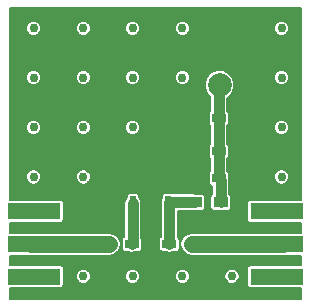
<source format=gbr>
G04 #@! TF.FileFunction,Copper,L1,Top,Signal*
%FSLAX46Y46*%
G04 Gerber Fmt 4.6, Leading zero omitted, Abs format (unit mm)*
G04 Created by KiCad (PCBNEW 4.0.7) date 11/03/17 21:56:08*
%MOMM*%
%LPD*%
G01*
G04 APERTURE LIST*
%ADD10C,0.100000*%
%ADD11R,4.500000X1.400000*%
%ADD12C,0.762000*%
%ADD13R,1.200000X0.750000*%
%ADD14R,1.200000X0.900000*%
%ADD15R,0.520000X1.200000*%
%ADD16R,1.750000X2.980000*%
%ADD17R,0.560000X1.270000*%
%ADD18C,2.000000*%
%ADD19C,0.939800*%
%ADD20C,1.400000*%
%ADD21C,0.175000*%
G04 APERTURE END LIST*
D10*
D11*
X147610000Y-117621000D03*
X147610000Y-120396000D03*
X147610000Y-123171000D03*
D12*
X143800000Y-123108000D03*
X139600000Y-123108000D03*
X135400000Y-123108000D03*
X131200000Y-123108000D03*
X148000000Y-114708000D03*
X131200000Y-114708000D03*
X127000000Y-114708000D03*
X148000000Y-110508000D03*
X135400000Y-110508000D03*
X131200000Y-110508000D03*
X127000000Y-110508000D03*
X148000000Y-106308000D03*
X139600000Y-106308000D03*
X135400000Y-106308000D03*
X131200000Y-106308000D03*
X127000000Y-106308000D03*
X148000000Y-102108000D03*
X139600000Y-102108000D03*
X135400000Y-102108000D03*
X131200000Y-102108000D03*
D11*
X127036000Y-117621000D03*
X127036000Y-120396000D03*
X127036000Y-123171000D03*
D13*
X135316000Y-120396000D03*
X133416000Y-120396000D03*
X140396000Y-120396000D03*
X138496000Y-120396000D03*
X140782000Y-114808000D03*
X142682000Y-114808000D03*
X140782000Y-112522000D03*
X142682000Y-112522000D03*
X140782000Y-109728000D03*
X142682000Y-109728000D03*
D14*
X142832000Y-116840000D03*
X140632000Y-116840000D03*
D15*
X138406000Y-116932000D03*
D16*
X136906000Y-114772000D03*
D17*
X136906000Y-116897000D03*
D15*
X135406000Y-116932000D03*
D18*
X142748000Y-106934000D03*
X142748000Y-103124000D03*
D12*
X127000000Y-102108000D03*
D19*
X135406000Y-120306000D02*
X135316000Y-120396000D01*
X135406000Y-116932000D02*
X135406000Y-120306000D01*
D20*
X126782000Y-120396000D02*
X132842000Y-120396000D01*
X132842000Y-120396000D02*
X133416000Y-120396000D01*
X148118000Y-120396000D02*
X140396000Y-120396000D01*
D19*
X140632000Y-116840000D02*
X138498000Y-116840000D01*
X138496000Y-116842000D02*
X138496000Y-120396000D01*
X138498000Y-116840000D02*
X138496000Y-116842000D01*
X142682000Y-107038000D02*
X142682000Y-112522000D01*
X142682000Y-112522000D02*
X142682000Y-114808000D01*
X142682000Y-114808000D02*
X142832000Y-114958000D01*
X142832000Y-114958000D02*
X142832000Y-116840000D01*
D21*
G36*
X149610500Y-116653358D02*
X145360000Y-116653358D01*
X145262724Y-116671662D01*
X145173381Y-116729152D01*
X145113444Y-116816872D01*
X145092358Y-116921000D01*
X145092358Y-118321000D01*
X145110662Y-118418276D01*
X145168152Y-118507619D01*
X145255872Y-118567556D01*
X145360000Y-118588642D01*
X149610500Y-118588642D01*
X149610500Y-119428358D01*
X145360000Y-119428358D01*
X145332673Y-119433500D01*
X140396000Y-119433500D01*
X140027667Y-119506766D01*
X139715410Y-119715410D01*
X139662059Y-119795255D01*
X139609381Y-119829152D01*
X139549444Y-119916872D01*
X139535810Y-119984200D01*
X139506766Y-120027667D01*
X139433500Y-120396000D01*
X139506766Y-120764333D01*
X139535076Y-120806701D01*
X139546662Y-120868276D01*
X139604152Y-120957619D01*
X139662601Y-120997556D01*
X139715410Y-121076590D01*
X140027667Y-121285234D01*
X140396000Y-121358500D01*
X145334608Y-121358500D01*
X145360000Y-121363642D01*
X149610500Y-121363642D01*
X149610500Y-122203358D01*
X145360000Y-122203358D01*
X145262724Y-122221662D01*
X145173381Y-122279152D01*
X145113444Y-122366872D01*
X145092358Y-122471000D01*
X145092358Y-123871000D01*
X145110662Y-123968276D01*
X145168152Y-124057619D01*
X145255872Y-124117556D01*
X145360000Y-124138642D01*
X149610500Y-124138642D01*
X149610500Y-125010500D01*
X124989500Y-125010500D01*
X124989500Y-124138642D01*
X129286000Y-124138642D01*
X129383276Y-124120338D01*
X129472619Y-124062848D01*
X129532556Y-123975128D01*
X129553642Y-123871000D01*
X129553642Y-123235439D01*
X130556388Y-123235439D01*
X130654149Y-123472037D01*
X130835011Y-123653215D01*
X131071438Y-123751388D01*
X131327439Y-123751612D01*
X131564037Y-123653851D01*
X131745215Y-123472989D01*
X131843388Y-123236562D01*
X131843388Y-123235439D01*
X134756388Y-123235439D01*
X134854149Y-123472037D01*
X135035011Y-123653215D01*
X135271438Y-123751388D01*
X135527439Y-123751612D01*
X135764037Y-123653851D01*
X135945215Y-123472989D01*
X136043388Y-123236562D01*
X136043388Y-123235439D01*
X138956388Y-123235439D01*
X139054149Y-123472037D01*
X139235011Y-123653215D01*
X139471438Y-123751388D01*
X139727439Y-123751612D01*
X139964037Y-123653851D01*
X140145215Y-123472989D01*
X140243388Y-123236562D01*
X140243388Y-123235439D01*
X143156388Y-123235439D01*
X143254149Y-123472037D01*
X143435011Y-123653215D01*
X143671438Y-123751388D01*
X143927439Y-123751612D01*
X144164037Y-123653851D01*
X144345215Y-123472989D01*
X144443388Y-123236562D01*
X144443612Y-122980561D01*
X144345851Y-122743963D01*
X144164989Y-122562785D01*
X143928562Y-122464612D01*
X143672561Y-122464388D01*
X143435963Y-122562149D01*
X143254785Y-122743011D01*
X143156612Y-122979438D01*
X143156388Y-123235439D01*
X140243388Y-123235439D01*
X140243612Y-122980561D01*
X140145851Y-122743963D01*
X139964989Y-122562785D01*
X139728562Y-122464612D01*
X139472561Y-122464388D01*
X139235963Y-122562149D01*
X139054785Y-122743011D01*
X138956612Y-122979438D01*
X138956388Y-123235439D01*
X136043388Y-123235439D01*
X136043612Y-122980561D01*
X135945851Y-122743963D01*
X135764989Y-122562785D01*
X135528562Y-122464612D01*
X135272561Y-122464388D01*
X135035963Y-122562149D01*
X134854785Y-122743011D01*
X134756612Y-122979438D01*
X134756388Y-123235439D01*
X131843388Y-123235439D01*
X131843612Y-122980561D01*
X131745851Y-122743963D01*
X131564989Y-122562785D01*
X131328562Y-122464612D01*
X131072561Y-122464388D01*
X130835963Y-122562149D01*
X130654785Y-122743011D01*
X130556612Y-122979438D01*
X130556388Y-123235439D01*
X129553642Y-123235439D01*
X129553642Y-122471000D01*
X129535338Y-122373724D01*
X129477848Y-122284381D01*
X129390128Y-122224444D01*
X129286000Y-122203358D01*
X124989500Y-122203358D01*
X124989500Y-121363642D01*
X129286000Y-121363642D01*
X129313327Y-121358500D01*
X133416000Y-121358500D01*
X133784333Y-121285234D01*
X134096590Y-121076590D01*
X134149941Y-120996745D01*
X134202619Y-120962848D01*
X134262556Y-120875128D01*
X134276190Y-120807800D01*
X134305234Y-120764333D01*
X134378500Y-120396000D01*
X134305234Y-120027667D01*
X134300780Y-120021000D01*
X134448358Y-120021000D01*
X134448358Y-120771000D01*
X134466662Y-120868276D01*
X134524152Y-120957619D01*
X134611872Y-121017556D01*
X134716000Y-121038642D01*
X134984828Y-121038642D01*
X135035723Y-121072649D01*
X135316000Y-121128400D01*
X135596277Y-121072649D01*
X135647172Y-121038642D01*
X135916000Y-121038642D01*
X136013276Y-121020338D01*
X136102619Y-120962848D01*
X136162556Y-120875128D01*
X136183642Y-120771000D01*
X136183642Y-120021000D01*
X137628358Y-120021000D01*
X137628358Y-120771000D01*
X137646662Y-120868276D01*
X137704152Y-120957619D01*
X137791872Y-121017556D01*
X137896000Y-121038642D01*
X138164828Y-121038642D01*
X138215723Y-121072649D01*
X138496000Y-121128400D01*
X138776277Y-121072649D01*
X138827172Y-121038642D01*
X139096000Y-121038642D01*
X139193276Y-121020338D01*
X139282619Y-120962848D01*
X139342556Y-120875128D01*
X139363642Y-120771000D01*
X139363642Y-120021000D01*
X139345338Y-119923724D01*
X139287848Y-119834381D01*
X139228400Y-119793762D01*
X139228400Y-117572400D01*
X140632000Y-117572400D01*
X140706193Y-117557642D01*
X141232000Y-117557642D01*
X141329276Y-117539338D01*
X141418619Y-117481848D01*
X141478556Y-117394128D01*
X141499642Y-117290000D01*
X141499642Y-116390000D01*
X141481338Y-116292724D01*
X141423848Y-116203381D01*
X141336128Y-116143444D01*
X141232000Y-116122358D01*
X140706193Y-116122358D01*
X140632000Y-116107600D01*
X138802554Y-116107600D01*
X138770128Y-116085444D01*
X138666000Y-116064358D01*
X138146000Y-116064358D01*
X138048724Y-116082662D01*
X137959381Y-116140152D01*
X137899444Y-116227872D01*
X137878358Y-116332000D01*
X137878358Y-116473412D01*
X137819351Y-116561723D01*
X137763600Y-116842000D01*
X137763600Y-119794263D01*
X137709381Y-119829152D01*
X137649444Y-119916872D01*
X137628358Y-120021000D01*
X136183642Y-120021000D01*
X136165338Y-119923724D01*
X136138400Y-119881861D01*
X136138400Y-116932000D01*
X136082649Y-116651723D01*
X135933642Y-116428717D01*
X135933642Y-116332000D01*
X135915338Y-116234724D01*
X135857848Y-116145381D01*
X135770128Y-116085444D01*
X135666000Y-116064358D01*
X135146000Y-116064358D01*
X135048724Y-116082662D01*
X134959381Y-116140152D01*
X134899444Y-116227872D01*
X134878358Y-116332000D01*
X134878358Y-116428717D01*
X134729351Y-116651723D01*
X134673600Y-116932000D01*
X134673600Y-119761336D01*
X134618724Y-119771662D01*
X134529381Y-119829152D01*
X134469444Y-119916872D01*
X134448358Y-120021000D01*
X134300780Y-120021000D01*
X134276924Y-119985299D01*
X134265338Y-119923724D01*
X134207848Y-119834381D01*
X134149399Y-119794444D01*
X134096590Y-119715410D01*
X133784333Y-119506766D01*
X133416000Y-119433500D01*
X129311392Y-119433500D01*
X129286000Y-119428358D01*
X124989500Y-119428358D01*
X124989500Y-118588642D01*
X129286000Y-118588642D01*
X129383276Y-118570338D01*
X129472619Y-118512848D01*
X129532556Y-118425128D01*
X129553642Y-118321000D01*
X129553642Y-116921000D01*
X129535338Y-116823724D01*
X129477848Y-116734381D01*
X129390128Y-116674444D01*
X129286000Y-116653358D01*
X124989500Y-116653358D01*
X124989500Y-114835439D01*
X126356388Y-114835439D01*
X126454149Y-115072037D01*
X126635011Y-115253215D01*
X126871438Y-115351388D01*
X127127439Y-115351612D01*
X127364037Y-115253851D01*
X127545215Y-115072989D01*
X127643388Y-114836562D01*
X127643388Y-114835439D01*
X130556388Y-114835439D01*
X130654149Y-115072037D01*
X130835011Y-115253215D01*
X131071438Y-115351388D01*
X131327439Y-115351612D01*
X131564037Y-115253851D01*
X131745215Y-115072989D01*
X131843388Y-114836562D01*
X131843612Y-114580561D01*
X131745851Y-114343963D01*
X131564989Y-114162785D01*
X131328562Y-114064612D01*
X131072561Y-114064388D01*
X130835963Y-114162149D01*
X130654785Y-114343011D01*
X130556612Y-114579438D01*
X130556388Y-114835439D01*
X127643388Y-114835439D01*
X127643612Y-114580561D01*
X127545851Y-114343963D01*
X127364989Y-114162785D01*
X127128562Y-114064612D01*
X126872561Y-114064388D01*
X126635963Y-114162149D01*
X126454785Y-114343011D01*
X126356612Y-114579438D01*
X126356388Y-114835439D01*
X124989500Y-114835439D01*
X124989500Y-110635439D01*
X126356388Y-110635439D01*
X126454149Y-110872037D01*
X126635011Y-111053215D01*
X126871438Y-111151388D01*
X127127439Y-111151612D01*
X127364037Y-111053851D01*
X127545215Y-110872989D01*
X127643388Y-110636562D01*
X127643388Y-110635439D01*
X130556388Y-110635439D01*
X130654149Y-110872037D01*
X130835011Y-111053215D01*
X131071438Y-111151388D01*
X131327439Y-111151612D01*
X131564037Y-111053851D01*
X131745215Y-110872989D01*
X131843388Y-110636562D01*
X131843388Y-110635439D01*
X134756388Y-110635439D01*
X134854149Y-110872037D01*
X135035011Y-111053215D01*
X135271438Y-111151388D01*
X135527439Y-111151612D01*
X135764037Y-111053851D01*
X135945215Y-110872989D01*
X136043388Y-110636562D01*
X136043612Y-110380561D01*
X135945851Y-110143963D01*
X135764989Y-109962785D01*
X135528562Y-109864612D01*
X135272561Y-109864388D01*
X135035963Y-109962149D01*
X134854785Y-110143011D01*
X134756612Y-110379438D01*
X134756388Y-110635439D01*
X131843388Y-110635439D01*
X131843612Y-110380561D01*
X131745851Y-110143963D01*
X131564989Y-109962785D01*
X131328562Y-109864612D01*
X131072561Y-109864388D01*
X130835963Y-109962149D01*
X130654785Y-110143011D01*
X130556612Y-110379438D01*
X130556388Y-110635439D01*
X127643388Y-110635439D01*
X127643612Y-110380561D01*
X127545851Y-110143963D01*
X127364989Y-109962785D01*
X127128562Y-109864612D01*
X126872561Y-109864388D01*
X126635963Y-109962149D01*
X126454785Y-110143011D01*
X126356612Y-110379438D01*
X126356388Y-110635439D01*
X124989500Y-110635439D01*
X124989500Y-107184025D01*
X141485281Y-107184025D01*
X141677080Y-107648215D01*
X141949600Y-107921210D01*
X141949600Y-109126263D01*
X141895381Y-109161152D01*
X141835444Y-109248872D01*
X141814358Y-109353000D01*
X141814358Y-110103000D01*
X141832662Y-110200276D01*
X141890152Y-110289619D01*
X141949600Y-110330238D01*
X141949600Y-111920263D01*
X141895381Y-111955152D01*
X141835444Y-112042872D01*
X141814358Y-112147000D01*
X141814358Y-112897000D01*
X141832662Y-112994276D01*
X141890152Y-113083619D01*
X141949600Y-113124238D01*
X141949600Y-114206263D01*
X141895381Y-114241152D01*
X141835444Y-114328872D01*
X141814358Y-114433000D01*
X141814358Y-115183000D01*
X141832662Y-115280276D01*
X141890152Y-115369619D01*
X141977872Y-115429556D01*
X142082000Y-115450642D01*
X142099600Y-115450642D01*
X142099600Y-116163263D01*
X142045381Y-116198152D01*
X141985444Y-116285872D01*
X141964358Y-116390000D01*
X141964358Y-117290000D01*
X141982662Y-117387276D01*
X142040152Y-117476619D01*
X142127872Y-117536556D01*
X142232000Y-117557642D01*
X142757807Y-117557642D01*
X142832000Y-117572400D01*
X142906193Y-117557642D01*
X143432000Y-117557642D01*
X143529276Y-117539338D01*
X143618619Y-117481848D01*
X143678556Y-117394128D01*
X143699642Y-117290000D01*
X143699642Y-116390000D01*
X143681338Y-116292724D01*
X143623848Y-116203381D01*
X143564400Y-116162762D01*
X143564400Y-114958000D01*
X143549642Y-114883807D01*
X143549642Y-114835439D01*
X147356388Y-114835439D01*
X147454149Y-115072037D01*
X147635011Y-115253215D01*
X147871438Y-115351388D01*
X148127439Y-115351612D01*
X148364037Y-115253851D01*
X148545215Y-115072989D01*
X148643388Y-114836562D01*
X148643612Y-114580561D01*
X148545851Y-114343963D01*
X148364989Y-114162785D01*
X148128562Y-114064612D01*
X147872561Y-114064388D01*
X147635963Y-114162149D01*
X147454785Y-114343011D01*
X147356612Y-114579438D01*
X147356388Y-114835439D01*
X143549642Y-114835439D01*
X143549642Y-114433000D01*
X143531338Y-114335724D01*
X143473848Y-114246381D01*
X143414400Y-114205762D01*
X143414400Y-113123737D01*
X143468619Y-113088848D01*
X143528556Y-113001128D01*
X143549642Y-112897000D01*
X143549642Y-112147000D01*
X143531338Y-112049724D01*
X143473848Y-111960381D01*
X143414400Y-111919762D01*
X143414400Y-110635439D01*
X147356388Y-110635439D01*
X147454149Y-110872037D01*
X147635011Y-111053215D01*
X147871438Y-111151388D01*
X148127439Y-111151612D01*
X148364037Y-111053851D01*
X148545215Y-110872989D01*
X148643388Y-110636562D01*
X148643612Y-110380561D01*
X148545851Y-110143963D01*
X148364989Y-109962785D01*
X148128562Y-109864612D01*
X147872561Y-109864388D01*
X147635963Y-109962149D01*
X147454785Y-110143011D01*
X147356612Y-110379438D01*
X147356388Y-110635439D01*
X143414400Y-110635439D01*
X143414400Y-110329737D01*
X143468619Y-110294848D01*
X143528556Y-110207128D01*
X143549642Y-110103000D01*
X143549642Y-109353000D01*
X143531338Y-109255724D01*
X143473848Y-109166381D01*
X143414400Y-109125762D01*
X143414400Y-108024677D01*
X143462215Y-108004920D01*
X143817671Y-107650083D01*
X144010281Y-107186229D01*
X144010719Y-106683975D01*
X143908027Y-106435439D01*
X147356388Y-106435439D01*
X147454149Y-106672037D01*
X147635011Y-106853215D01*
X147871438Y-106951388D01*
X148127439Y-106951612D01*
X148364037Y-106853851D01*
X148545215Y-106672989D01*
X148643388Y-106436562D01*
X148643612Y-106180561D01*
X148545851Y-105943963D01*
X148364989Y-105762785D01*
X148128562Y-105664612D01*
X147872561Y-105664388D01*
X147635963Y-105762149D01*
X147454785Y-105943011D01*
X147356612Y-106179438D01*
X147356388Y-106435439D01*
X143908027Y-106435439D01*
X143818920Y-106219785D01*
X143464083Y-105864329D01*
X143000229Y-105671719D01*
X142497975Y-105671281D01*
X142033785Y-105863080D01*
X141678329Y-106217917D01*
X141485719Y-106681771D01*
X141485281Y-107184025D01*
X124989500Y-107184025D01*
X124989500Y-106435439D01*
X126356388Y-106435439D01*
X126454149Y-106672037D01*
X126635011Y-106853215D01*
X126871438Y-106951388D01*
X127127439Y-106951612D01*
X127364037Y-106853851D01*
X127545215Y-106672989D01*
X127643388Y-106436562D01*
X127643388Y-106435439D01*
X130556388Y-106435439D01*
X130654149Y-106672037D01*
X130835011Y-106853215D01*
X131071438Y-106951388D01*
X131327439Y-106951612D01*
X131564037Y-106853851D01*
X131745215Y-106672989D01*
X131843388Y-106436562D01*
X131843388Y-106435439D01*
X134756388Y-106435439D01*
X134854149Y-106672037D01*
X135035011Y-106853215D01*
X135271438Y-106951388D01*
X135527439Y-106951612D01*
X135764037Y-106853851D01*
X135945215Y-106672989D01*
X136043388Y-106436562D01*
X136043388Y-106435439D01*
X138956388Y-106435439D01*
X139054149Y-106672037D01*
X139235011Y-106853215D01*
X139471438Y-106951388D01*
X139727439Y-106951612D01*
X139964037Y-106853851D01*
X140145215Y-106672989D01*
X140243388Y-106436562D01*
X140243612Y-106180561D01*
X140145851Y-105943963D01*
X139964989Y-105762785D01*
X139728562Y-105664612D01*
X139472561Y-105664388D01*
X139235963Y-105762149D01*
X139054785Y-105943011D01*
X138956612Y-106179438D01*
X138956388Y-106435439D01*
X136043388Y-106435439D01*
X136043612Y-106180561D01*
X135945851Y-105943963D01*
X135764989Y-105762785D01*
X135528562Y-105664612D01*
X135272561Y-105664388D01*
X135035963Y-105762149D01*
X134854785Y-105943011D01*
X134756612Y-106179438D01*
X134756388Y-106435439D01*
X131843388Y-106435439D01*
X131843612Y-106180561D01*
X131745851Y-105943963D01*
X131564989Y-105762785D01*
X131328562Y-105664612D01*
X131072561Y-105664388D01*
X130835963Y-105762149D01*
X130654785Y-105943011D01*
X130556612Y-106179438D01*
X130556388Y-106435439D01*
X127643388Y-106435439D01*
X127643612Y-106180561D01*
X127545851Y-105943963D01*
X127364989Y-105762785D01*
X127128562Y-105664612D01*
X126872561Y-105664388D01*
X126635963Y-105762149D01*
X126454785Y-105943011D01*
X126356612Y-106179438D01*
X126356388Y-106435439D01*
X124989500Y-106435439D01*
X124989500Y-102235439D01*
X126356388Y-102235439D01*
X126454149Y-102472037D01*
X126635011Y-102653215D01*
X126871438Y-102751388D01*
X127127439Y-102751612D01*
X127364037Y-102653851D01*
X127545215Y-102472989D01*
X127643388Y-102236562D01*
X127643388Y-102235439D01*
X130556388Y-102235439D01*
X130654149Y-102472037D01*
X130835011Y-102653215D01*
X131071438Y-102751388D01*
X131327439Y-102751612D01*
X131564037Y-102653851D01*
X131745215Y-102472989D01*
X131843388Y-102236562D01*
X131843388Y-102235439D01*
X134756388Y-102235439D01*
X134854149Y-102472037D01*
X135035011Y-102653215D01*
X135271438Y-102751388D01*
X135527439Y-102751612D01*
X135764037Y-102653851D01*
X135945215Y-102472989D01*
X136043388Y-102236562D01*
X136043388Y-102235439D01*
X138956388Y-102235439D01*
X139054149Y-102472037D01*
X139235011Y-102653215D01*
X139471438Y-102751388D01*
X139727439Y-102751612D01*
X139964037Y-102653851D01*
X140145215Y-102472989D01*
X140243388Y-102236562D01*
X140243388Y-102235439D01*
X147356388Y-102235439D01*
X147454149Y-102472037D01*
X147635011Y-102653215D01*
X147871438Y-102751388D01*
X148127439Y-102751612D01*
X148364037Y-102653851D01*
X148545215Y-102472989D01*
X148643388Y-102236562D01*
X148643612Y-101980561D01*
X148545851Y-101743963D01*
X148364989Y-101562785D01*
X148128562Y-101464612D01*
X147872561Y-101464388D01*
X147635963Y-101562149D01*
X147454785Y-101743011D01*
X147356612Y-101979438D01*
X147356388Y-102235439D01*
X140243388Y-102235439D01*
X140243612Y-101980561D01*
X140145851Y-101743963D01*
X139964989Y-101562785D01*
X139728562Y-101464612D01*
X139472561Y-101464388D01*
X139235963Y-101562149D01*
X139054785Y-101743011D01*
X138956612Y-101979438D01*
X138956388Y-102235439D01*
X136043388Y-102235439D01*
X136043612Y-101980561D01*
X135945851Y-101743963D01*
X135764989Y-101562785D01*
X135528562Y-101464612D01*
X135272561Y-101464388D01*
X135035963Y-101562149D01*
X134854785Y-101743011D01*
X134756612Y-101979438D01*
X134756388Y-102235439D01*
X131843388Y-102235439D01*
X131843612Y-101980561D01*
X131745851Y-101743963D01*
X131564989Y-101562785D01*
X131328562Y-101464612D01*
X131072561Y-101464388D01*
X130835963Y-101562149D01*
X130654785Y-101743011D01*
X130556612Y-101979438D01*
X130556388Y-102235439D01*
X127643388Y-102235439D01*
X127643612Y-101980561D01*
X127545851Y-101743963D01*
X127364989Y-101562785D01*
X127128562Y-101464612D01*
X126872561Y-101464388D01*
X126635963Y-101562149D01*
X126454785Y-101743011D01*
X126356612Y-101979438D01*
X126356388Y-102235439D01*
X124989500Y-102235439D01*
X124989500Y-100389500D01*
X149610500Y-100389500D01*
X149610500Y-116653358D01*
X149610500Y-116653358D01*
G37*
X149610500Y-116653358D02*
X145360000Y-116653358D01*
X145262724Y-116671662D01*
X145173381Y-116729152D01*
X145113444Y-116816872D01*
X145092358Y-116921000D01*
X145092358Y-118321000D01*
X145110662Y-118418276D01*
X145168152Y-118507619D01*
X145255872Y-118567556D01*
X145360000Y-118588642D01*
X149610500Y-118588642D01*
X149610500Y-119428358D01*
X145360000Y-119428358D01*
X145332673Y-119433500D01*
X140396000Y-119433500D01*
X140027667Y-119506766D01*
X139715410Y-119715410D01*
X139662059Y-119795255D01*
X139609381Y-119829152D01*
X139549444Y-119916872D01*
X139535810Y-119984200D01*
X139506766Y-120027667D01*
X139433500Y-120396000D01*
X139506766Y-120764333D01*
X139535076Y-120806701D01*
X139546662Y-120868276D01*
X139604152Y-120957619D01*
X139662601Y-120997556D01*
X139715410Y-121076590D01*
X140027667Y-121285234D01*
X140396000Y-121358500D01*
X145334608Y-121358500D01*
X145360000Y-121363642D01*
X149610500Y-121363642D01*
X149610500Y-122203358D01*
X145360000Y-122203358D01*
X145262724Y-122221662D01*
X145173381Y-122279152D01*
X145113444Y-122366872D01*
X145092358Y-122471000D01*
X145092358Y-123871000D01*
X145110662Y-123968276D01*
X145168152Y-124057619D01*
X145255872Y-124117556D01*
X145360000Y-124138642D01*
X149610500Y-124138642D01*
X149610500Y-125010500D01*
X124989500Y-125010500D01*
X124989500Y-124138642D01*
X129286000Y-124138642D01*
X129383276Y-124120338D01*
X129472619Y-124062848D01*
X129532556Y-123975128D01*
X129553642Y-123871000D01*
X129553642Y-123235439D01*
X130556388Y-123235439D01*
X130654149Y-123472037D01*
X130835011Y-123653215D01*
X131071438Y-123751388D01*
X131327439Y-123751612D01*
X131564037Y-123653851D01*
X131745215Y-123472989D01*
X131843388Y-123236562D01*
X131843388Y-123235439D01*
X134756388Y-123235439D01*
X134854149Y-123472037D01*
X135035011Y-123653215D01*
X135271438Y-123751388D01*
X135527439Y-123751612D01*
X135764037Y-123653851D01*
X135945215Y-123472989D01*
X136043388Y-123236562D01*
X136043388Y-123235439D01*
X138956388Y-123235439D01*
X139054149Y-123472037D01*
X139235011Y-123653215D01*
X139471438Y-123751388D01*
X139727439Y-123751612D01*
X139964037Y-123653851D01*
X140145215Y-123472989D01*
X140243388Y-123236562D01*
X140243388Y-123235439D01*
X143156388Y-123235439D01*
X143254149Y-123472037D01*
X143435011Y-123653215D01*
X143671438Y-123751388D01*
X143927439Y-123751612D01*
X144164037Y-123653851D01*
X144345215Y-123472989D01*
X144443388Y-123236562D01*
X144443612Y-122980561D01*
X144345851Y-122743963D01*
X144164989Y-122562785D01*
X143928562Y-122464612D01*
X143672561Y-122464388D01*
X143435963Y-122562149D01*
X143254785Y-122743011D01*
X143156612Y-122979438D01*
X143156388Y-123235439D01*
X140243388Y-123235439D01*
X140243612Y-122980561D01*
X140145851Y-122743963D01*
X139964989Y-122562785D01*
X139728562Y-122464612D01*
X139472561Y-122464388D01*
X139235963Y-122562149D01*
X139054785Y-122743011D01*
X138956612Y-122979438D01*
X138956388Y-123235439D01*
X136043388Y-123235439D01*
X136043612Y-122980561D01*
X135945851Y-122743963D01*
X135764989Y-122562785D01*
X135528562Y-122464612D01*
X135272561Y-122464388D01*
X135035963Y-122562149D01*
X134854785Y-122743011D01*
X134756612Y-122979438D01*
X134756388Y-123235439D01*
X131843388Y-123235439D01*
X131843612Y-122980561D01*
X131745851Y-122743963D01*
X131564989Y-122562785D01*
X131328562Y-122464612D01*
X131072561Y-122464388D01*
X130835963Y-122562149D01*
X130654785Y-122743011D01*
X130556612Y-122979438D01*
X130556388Y-123235439D01*
X129553642Y-123235439D01*
X129553642Y-122471000D01*
X129535338Y-122373724D01*
X129477848Y-122284381D01*
X129390128Y-122224444D01*
X129286000Y-122203358D01*
X124989500Y-122203358D01*
X124989500Y-121363642D01*
X129286000Y-121363642D01*
X129313327Y-121358500D01*
X133416000Y-121358500D01*
X133784333Y-121285234D01*
X134096590Y-121076590D01*
X134149941Y-120996745D01*
X134202619Y-120962848D01*
X134262556Y-120875128D01*
X134276190Y-120807800D01*
X134305234Y-120764333D01*
X134378500Y-120396000D01*
X134305234Y-120027667D01*
X134300780Y-120021000D01*
X134448358Y-120021000D01*
X134448358Y-120771000D01*
X134466662Y-120868276D01*
X134524152Y-120957619D01*
X134611872Y-121017556D01*
X134716000Y-121038642D01*
X134984828Y-121038642D01*
X135035723Y-121072649D01*
X135316000Y-121128400D01*
X135596277Y-121072649D01*
X135647172Y-121038642D01*
X135916000Y-121038642D01*
X136013276Y-121020338D01*
X136102619Y-120962848D01*
X136162556Y-120875128D01*
X136183642Y-120771000D01*
X136183642Y-120021000D01*
X137628358Y-120021000D01*
X137628358Y-120771000D01*
X137646662Y-120868276D01*
X137704152Y-120957619D01*
X137791872Y-121017556D01*
X137896000Y-121038642D01*
X138164828Y-121038642D01*
X138215723Y-121072649D01*
X138496000Y-121128400D01*
X138776277Y-121072649D01*
X138827172Y-121038642D01*
X139096000Y-121038642D01*
X139193276Y-121020338D01*
X139282619Y-120962848D01*
X139342556Y-120875128D01*
X139363642Y-120771000D01*
X139363642Y-120021000D01*
X139345338Y-119923724D01*
X139287848Y-119834381D01*
X139228400Y-119793762D01*
X139228400Y-117572400D01*
X140632000Y-117572400D01*
X140706193Y-117557642D01*
X141232000Y-117557642D01*
X141329276Y-117539338D01*
X141418619Y-117481848D01*
X141478556Y-117394128D01*
X141499642Y-117290000D01*
X141499642Y-116390000D01*
X141481338Y-116292724D01*
X141423848Y-116203381D01*
X141336128Y-116143444D01*
X141232000Y-116122358D01*
X140706193Y-116122358D01*
X140632000Y-116107600D01*
X138802554Y-116107600D01*
X138770128Y-116085444D01*
X138666000Y-116064358D01*
X138146000Y-116064358D01*
X138048724Y-116082662D01*
X137959381Y-116140152D01*
X137899444Y-116227872D01*
X137878358Y-116332000D01*
X137878358Y-116473412D01*
X137819351Y-116561723D01*
X137763600Y-116842000D01*
X137763600Y-119794263D01*
X137709381Y-119829152D01*
X137649444Y-119916872D01*
X137628358Y-120021000D01*
X136183642Y-120021000D01*
X136165338Y-119923724D01*
X136138400Y-119881861D01*
X136138400Y-116932000D01*
X136082649Y-116651723D01*
X135933642Y-116428717D01*
X135933642Y-116332000D01*
X135915338Y-116234724D01*
X135857848Y-116145381D01*
X135770128Y-116085444D01*
X135666000Y-116064358D01*
X135146000Y-116064358D01*
X135048724Y-116082662D01*
X134959381Y-116140152D01*
X134899444Y-116227872D01*
X134878358Y-116332000D01*
X134878358Y-116428717D01*
X134729351Y-116651723D01*
X134673600Y-116932000D01*
X134673600Y-119761336D01*
X134618724Y-119771662D01*
X134529381Y-119829152D01*
X134469444Y-119916872D01*
X134448358Y-120021000D01*
X134300780Y-120021000D01*
X134276924Y-119985299D01*
X134265338Y-119923724D01*
X134207848Y-119834381D01*
X134149399Y-119794444D01*
X134096590Y-119715410D01*
X133784333Y-119506766D01*
X133416000Y-119433500D01*
X129311392Y-119433500D01*
X129286000Y-119428358D01*
X124989500Y-119428358D01*
X124989500Y-118588642D01*
X129286000Y-118588642D01*
X129383276Y-118570338D01*
X129472619Y-118512848D01*
X129532556Y-118425128D01*
X129553642Y-118321000D01*
X129553642Y-116921000D01*
X129535338Y-116823724D01*
X129477848Y-116734381D01*
X129390128Y-116674444D01*
X129286000Y-116653358D01*
X124989500Y-116653358D01*
X124989500Y-114835439D01*
X126356388Y-114835439D01*
X126454149Y-115072037D01*
X126635011Y-115253215D01*
X126871438Y-115351388D01*
X127127439Y-115351612D01*
X127364037Y-115253851D01*
X127545215Y-115072989D01*
X127643388Y-114836562D01*
X127643388Y-114835439D01*
X130556388Y-114835439D01*
X130654149Y-115072037D01*
X130835011Y-115253215D01*
X131071438Y-115351388D01*
X131327439Y-115351612D01*
X131564037Y-115253851D01*
X131745215Y-115072989D01*
X131843388Y-114836562D01*
X131843612Y-114580561D01*
X131745851Y-114343963D01*
X131564989Y-114162785D01*
X131328562Y-114064612D01*
X131072561Y-114064388D01*
X130835963Y-114162149D01*
X130654785Y-114343011D01*
X130556612Y-114579438D01*
X130556388Y-114835439D01*
X127643388Y-114835439D01*
X127643612Y-114580561D01*
X127545851Y-114343963D01*
X127364989Y-114162785D01*
X127128562Y-114064612D01*
X126872561Y-114064388D01*
X126635963Y-114162149D01*
X126454785Y-114343011D01*
X126356612Y-114579438D01*
X126356388Y-114835439D01*
X124989500Y-114835439D01*
X124989500Y-110635439D01*
X126356388Y-110635439D01*
X126454149Y-110872037D01*
X126635011Y-111053215D01*
X126871438Y-111151388D01*
X127127439Y-111151612D01*
X127364037Y-111053851D01*
X127545215Y-110872989D01*
X127643388Y-110636562D01*
X127643388Y-110635439D01*
X130556388Y-110635439D01*
X130654149Y-110872037D01*
X130835011Y-111053215D01*
X131071438Y-111151388D01*
X131327439Y-111151612D01*
X131564037Y-111053851D01*
X131745215Y-110872989D01*
X131843388Y-110636562D01*
X131843388Y-110635439D01*
X134756388Y-110635439D01*
X134854149Y-110872037D01*
X135035011Y-111053215D01*
X135271438Y-111151388D01*
X135527439Y-111151612D01*
X135764037Y-111053851D01*
X135945215Y-110872989D01*
X136043388Y-110636562D01*
X136043612Y-110380561D01*
X135945851Y-110143963D01*
X135764989Y-109962785D01*
X135528562Y-109864612D01*
X135272561Y-109864388D01*
X135035963Y-109962149D01*
X134854785Y-110143011D01*
X134756612Y-110379438D01*
X134756388Y-110635439D01*
X131843388Y-110635439D01*
X131843612Y-110380561D01*
X131745851Y-110143963D01*
X131564989Y-109962785D01*
X131328562Y-109864612D01*
X131072561Y-109864388D01*
X130835963Y-109962149D01*
X130654785Y-110143011D01*
X130556612Y-110379438D01*
X130556388Y-110635439D01*
X127643388Y-110635439D01*
X127643612Y-110380561D01*
X127545851Y-110143963D01*
X127364989Y-109962785D01*
X127128562Y-109864612D01*
X126872561Y-109864388D01*
X126635963Y-109962149D01*
X126454785Y-110143011D01*
X126356612Y-110379438D01*
X126356388Y-110635439D01*
X124989500Y-110635439D01*
X124989500Y-107184025D01*
X141485281Y-107184025D01*
X141677080Y-107648215D01*
X141949600Y-107921210D01*
X141949600Y-109126263D01*
X141895381Y-109161152D01*
X141835444Y-109248872D01*
X141814358Y-109353000D01*
X141814358Y-110103000D01*
X141832662Y-110200276D01*
X141890152Y-110289619D01*
X141949600Y-110330238D01*
X141949600Y-111920263D01*
X141895381Y-111955152D01*
X141835444Y-112042872D01*
X141814358Y-112147000D01*
X141814358Y-112897000D01*
X141832662Y-112994276D01*
X141890152Y-113083619D01*
X141949600Y-113124238D01*
X141949600Y-114206263D01*
X141895381Y-114241152D01*
X141835444Y-114328872D01*
X141814358Y-114433000D01*
X141814358Y-115183000D01*
X141832662Y-115280276D01*
X141890152Y-115369619D01*
X141977872Y-115429556D01*
X142082000Y-115450642D01*
X142099600Y-115450642D01*
X142099600Y-116163263D01*
X142045381Y-116198152D01*
X141985444Y-116285872D01*
X141964358Y-116390000D01*
X141964358Y-117290000D01*
X141982662Y-117387276D01*
X142040152Y-117476619D01*
X142127872Y-117536556D01*
X142232000Y-117557642D01*
X142757807Y-117557642D01*
X142832000Y-117572400D01*
X142906193Y-117557642D01*
X143432000Y-117557642D01*
X143529276Y-117539338D01*
X143618619Y-117481848D01*
X143678556Y-117394128D01*
X143699642Y-117290000D01*
X143699642Y-116390000D01*
X143681338Y-116292724D01*
X143623848Y-116203381D01*
X143564400Y-116162762D01*
X143564400Y-114958000D01*
X143549642Y-114883807D01*
X143549642Y-114835439D01*
X147356388Y-114835439D01*
X147454149Y-115072037D01*
X147635011Y-115253215D01*
X147871438Y-115351388D01*
X148127439Y-115351612D01*
X148364037Y-115253851D01*
X148545215Y-115072989D01*
X148643388Y-114836562D01*
X148643612Y-114580561D01*
X148545851Y-114343963D01*
X148364989Y-114162785D01*
X148128562Y-114064612D01*
X147872561Y-114064388D01*
X147635963Y-114162149D01*
X147454785Y-114343011D01*
X147356612Y-114579438D01*
X147356388Y-114835439D01*
X143549642Y-114835439D01*
X143549642Y-114433000D01*
X143531338Y-114335724D01*
X143473848Y-114246381D01*
X143414400Y-114205762D01*
X143414400Y-113123737D01*
X143468619Y-113088848D01*
X143528556Y-113001128D01*
X143549642Y-112897000D01*
X143549642Y-112147000D01*
X143531338Y-112049724D01*
X143473848Y-111960381D01*
X143414400Y-111919762D01*
X143414400Y-110635439D01*
X147356388Y-110635439D01*
X147454149Y-110872037D01*
X147635011Y-111053215D01*
X147871438Y-111151388D01*
X148127439Y-111151612D01*
X148364037Y-111053851D01*
X148545215Y-110872989D01*
X148643388Y-110636562D01*
X148643612Y-110380561D01*
X148545851Y-110143963D01*
X148364989Y-109962785D01*
X148128562Y-109864612D01*
X147872561Y-109864388D01*
X147635963Y-109962149D01*
X147454785Y-110143011D01*
X147356612Y-110379438D01*
X147356388Y-110635439D01*
X143414400Y-110635439D01*
X143414400Y-110329737D01*
X143468619Y-110294848D01*
X143528556Y-110207128D01*
X143549642Y-110103000D01*
X143549642Y-109353000D01*
X143531338Y-109255724D01*
X143473848Y-109166381D01*
X143414400Y-109125762D01*
X143414400Y-108024677D01*
X143462215Y-108004920D01*
X143817671Y-107650083D01*
X144010281Y-107186229D01*
X144010719Y-106683975D01*
X143908027Y-106435439D01*
X147356388Y-106435439D01*
X147454149Y-106672037D01*
X147635011Y-106853215D01*
X147871438Y-106951388D01*
X148127439Y-106951612D01*
X148364037Y-106853851D01*
X148545215Y-106672989D01*
X148643388Y-106436562D01*
X148643612Y-106180561D01*
X148545851Y-105943963D01*
X148364989Y-105762785D01*
X148128562Y-105664612D01*
X147872561Y-105664388D01*
X147635963Y-105762149D01*
X147454785Y-105943011D01*
X147356612Y-106179438D01*
X147356388Y-106435439D01*
X143908027Y-106435439D01*
X143818920Y-106219785D01*
X143464083Y-105864329D01*
X143000229Y-105671719D01*
X142497975Y-105671281D01*
X142033785Y-105863080D01*
X141678329Y-106217917D01*
X141485719Y-106681771D01*
X141485281Y-107184025D01*
X124989500Y-107184025D01*
X124989500Y-106435439D01*
X126356388Y-106435439D01*
X126454149Y-106672037D01*
X126635011Y-106853215D01*
X126871438Y-106951388D01*
X127127439Y-106951612D01*
X127364037Y-106853851D01*
X127545215Y-106672989D01*
X127643388Y-106436562D01*
X127643388Y-106435439D01*
X130556388Y-106435439D01*
X130654149Y-106672037D01*
X130835011Y-106853215D01*
X131071438Y-106951388D01*
X131327439Y-106951612D01*
X131564037Y-106853851D01*
X131745215Y-106672989D01*
X131843388Y-106436562D01*
X131843388Y-106435439D01*
X134756388Y-106435439D01*
X134854149Y-106672037D01*
X135035011Y-106853215D01*
X135271438Y-106951388D01*
X135527439Y-106951612D01*
X135764037Y-106853851D01*
X135945215Y-106672989D01*
X136043388Y-106436562D01*
X136043388Y-106435439D01*
X138956388Y-106435439D01*
X139054149Y-106672037D01*
X139235011Y-106853215D01*
X139471438Y-106951388D01*
X139727439Y-106951612D01*
X139964037Y-106853851D01*
X140145215Y-106672989D01*
X140243388Y-106436562D01*
X140243612Y-106180561D01*
X140145851Y-105943963D01*
X139964989Y-105762785D01*
X139728562Y-105664612D01*
X139472561Y-105664388D01*
X139235963Y-105762149D01*
X139054785Y-105943011D01*
X138956612Y-106179438D01*
X138956388Y-106435439D01*
X136043388Y-106435439D01*
X136043612Y-106180561D01*
X135945851Y-105943963D01*
X135764989Y-105762785D01*
X135528562Y-105664612D01*
X135272561Y-105664388D01*
X135035963Y-105762149D01*
X134854785Y-105943011D01*
X134756612Y-106179438D01*
X134756388Y-106435439D01*
X131843388Y-106435439D01*
X131843612Y-106180561D01*
X131745851Y-105943963D01*
X131564989Y-105762785D01*
X131328562Y-105664612D01*
X131072561Y-105664388D01*
X130835963Y-105762149D01*
X130654785Y-105943011D01*
X130556612Y-106179438D01*
X130556388Y-106435439D01*
X127643388Y-106435439D01*
X127643612Y-106180561D01*
X127545851Y-105943963D01*
X127364989Y-105762785D01*
X127128562Y-105664612D01*
X126872561Y-105664388D01*
X126635963Y-105762149D01*
X126454785Y-105943011D01*
X126356612Y-106179438D01*
X126356388Y-106435439D01*
X124989500Y-106435439D01*
X124989500Y-102235439D01*
X126356388Y-102235439D01*
X126454149Y-102472037D01*
X126635011Y-102653215D01*
X126871438Y-102751388D01*
X127127439Y-102751612D01*
X127364037Y-102653851D01*
X127545215Y-102472989D01*
X127643388Y-102236562D01*
X127643388Y-102235439D01*
X130556388Y-102235439D01*
X130654149Y-102472037D01*
X130835011Y-102653215D01*
X131071438Y-102751388D01*
X131327439Y-102751612D01*
X131564037Y-102653851D01*
X131745215Y-102472989D01*
X131843388Y-102236562D01*
X131843388Y-102235439D01*
X134756388Y-102235439D01*
X134854149Y-102472037D01*
X135035011Y-102653215D01*
X135271438Y-102751388D01*
X135527439Y-102751612D01*
X135764037Y-102653851D01*
X135945215Y-102472989D01*
X136043388Y-102236562D01*
X136043388Y-102235439D01*
X138956388Y-102235439D01*
X139054149Y-102472037D01*
X139235011Y-102653215D01*
X139471438Y-102751388D01*
X139727439Y-102751612D01*
X139964037Y-102653851D01*
X140145215Y-102472989D01*
X140243388Y-102236562D01*
X140243388Y-102235439D01*
X147356388Y-102235439D01*
X147454149Y-102472037D01*
X147635011Y-102653215D01*
X147871438Y-102751388D01*
X148127439Y-102751612D01*
X148364037Y-102653851D01*
X148545215Y-102472989D01*
X148643388Y-102236562D01*
X148643612Y-101980561D01*
X148545851Y-101743963D01*
X148364989Y-101562785D01*
X148128562Y-101464612D01*
X147872561Y-101464388D01*
X147635963Y-101562149D01*
X147454785Y-101743011D01*
X147356612Y-101979438D01*
X147356388Y-102235439D01*
X140243388Y-102235439D01*
X140243612Y-101980561D01*
X140145851Y-101743963D01*
X139964989Y-101562785D01*
X139728562Y-101464612D01*
X139472561Y-101464388D01*
X139235963Y-101562149D01*
X139054785Y-101743011D01*
X138956612Y-101979438D01*
X138956388Y-102235439D01*
X136043388Y-102235439D01*
X136043612Y-101980561D01*
X135945851Y-101743963D01*
X135764989Y-101562785D01*
X135528562Y-101464612D01*
X135272561Y-101464388D01*
X135035963Y-101562149D01*
X134854785Y-101743011D01*
X134756612Y-101979438D01*
X134756388Y-102235439D01*
X131843388Y-102235439D01*
X131843612Y-101980561D01*
X131745851Y-101743963D01*
X131564989Y-101562785D01*
X131328562Y-101464612D01*
X131072561Y-101464388D01*
X130835963Y-101562149D01*
X130654785Y-101743011D01*
X130556612Y-101979438D01*
X130556388Y-102235439D01*
X127643388Y-102235439D01*
X127643612Y-101980561D01*
X127545851Y-101743963D01*
X127364989Y-101562785D01*
X127128562Y-101464612D01*
X126872561Y-101464388D01*
X126635963Y-101562149D01*
X126454785Y-101743011D01*
X126356612Y-101979438D01*
X126356388Y-102235439D01*
X124989500Y-102235439D01*
X124989500Y-100389500D01*
X149610500Y-100389500D01*
X149610500Y-116653358D01*
M02*

</source>
